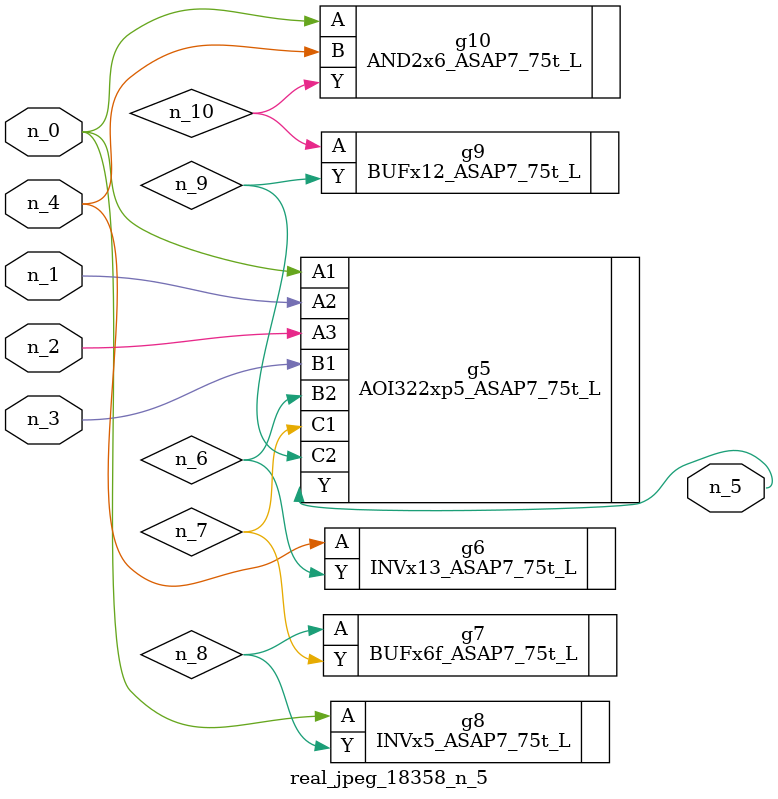
<source format=v>
module real_jpeg_18358_n_5 (n_4, n_0, n_1, n_2, n_3, n_5);

input n_4;
input n_0;
input n_1;
input n_2;
input n_3;

output n_5;

wire n_8;
wire n_6;
wire n_7;
wire n_10;
wire n_9;

AOI322xp5_ASAP7_75t_L g5 ( 
.A1(n_0),
.A2(n_1),
.A3(n_2),
.B1(n_3),
.B2(n_6),
.C1(n_7),
.C2(n_9),
.Y(n_5)
);

INVx5_ASAP7_75t_L g8 ( 
.A(n_0),
.Y(n_8)
);

AND2x6_ASAP7_75t_L g10 ( 
.A(n_0),
.B(n_4),
.Y(n_10)
);

INVx13_ASAP7_75t_L g6 ( 
.A(n_4),
.Y(n_6)
);

BUFx6f_ASAP7_75t_L g7 ( 
.A(n_8),
.Y(n_7)
);

BUFx12_ASAP7_75t_L g9 ( 
.A(n_10),
.Y(n_9)
);


endmodule
</source>
